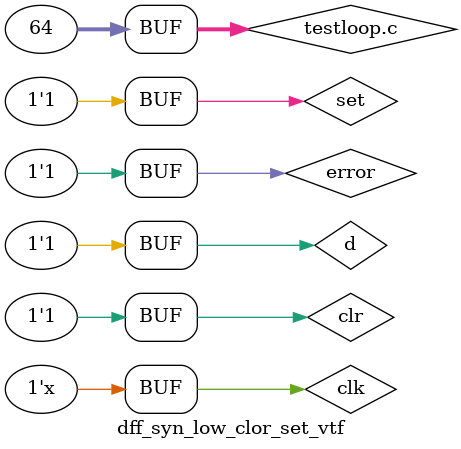
<source format=v>
`timescale 1ns / 1ps


module dff_syn_low_clor_set_vtf;


	// Inputs
	reg clk;
	reg d;
	reg set;
	reg clr;

	// Outputs
	wire q;
	wire q_cmp;
   reg q_tc,q_cmp_tc,error;

	// Instantiate the Unit Under Test (UUT)
	dff_syn_low_clr_set uut (
		.clk(clk), 
		.d(d), 
		.set(set), 
		.clr(clr), 
		.q(q), 
		.q_cmp(q_cmp)
	);

	initial begin
		// Initialize Inputs
		clk = 0;
		d = 0;
		set = 1;
		clr = 1;

		// Wait 100 ns for global reset to finish
		#100;
     
	  end
	  
	// Inclusion of '$monitor' Function to Show Line-by-Line Simulation Output Style
	initial // Initiation of a Process to Monitor Over Time Important Registers/Wires and Ports, etc.
	begin		// During Simulation Run
	
		$monitor($time, "clk=%b clr=%b set=%b d=%b q=%b q_cmp=%b q_tc=%b q_cmp_tc=%b error=%b", clk,clr,set,d,q,q_cmp,q_tc,q_cmp_tc,error); 
	end
	  
	// Generate Continually Running Clock (clk)
	// 20 nsec Cycle Time
	always
	begin
	 
	#10 clk = ~clk;
	 
	end
	 
	// Initiation of a Process (Test Vector Generation).
	// Use a Counter (c) Approach - Specify Count(s) When Inputs are High/Low.
	always	
		begin: testloop  // Start of Generation of Exhaustive Set
		integer c;
		for (c=0 ; c < 64; c=c+1)
		begin: c_loop
				
			// Test Vectors are Assigned to Inputs of MUT.

			#20		clr <= ~((~c[5]&~c[4]&~c[3]&~c[2]&c[1]&~c[0]) | (c[5]&c[4]&~c[3]&~c[2]&c[1]&c[0]) | (~c[5]&~c[4]&c[3]&c[2]&c[1]&~c[0]));	
						set <= ~((~c[5]&~c[4]&c[3]&~c[2]&~c[1]&~c[0]) | (c[5]&~c[4]&~c[3]&~c[2]&~c[1]&c[0]) | (~c[5]&~c[4]&c[3]&c[2]&c[1]&~c[0]));
						d <= c[3];
						
			end
			#250 error=1; 
		//#20 $finish; // Terminates Any Endless Loops That May Have Been Unknowingly Created in Testbench.
		end
	
		
		
		always @ (posedge(clk)) //Initiation of a Process To Generate Theoretically Correct Output
		begin							

		if (clr==1'b0) begin q_tc=1'b0;q_cmp_tc=1'b1; end 
		else if (set==1'b0) begin q_tc=1'b1;q_cmp_tc=1'b0; end
		else
			begin
		case (d)
			1'b0: begin q_tc=1'b0; q_cmp_tc=1'b1;end
			1'b1: begin q_tc=1'b1; q_cmp_tc=1'b0;end
			default begin q_tc=1'bZ; q_cmp_tc=1'bZ;end
		endcase

	#1	if((q==q_tc)&&(q_cmp==q_cmp_tc)) error=0; // Compare of MUT Outputs (q and q_cmp) to Theoretically
		else error=1;


		end
	end
      
endmodule


</source>
